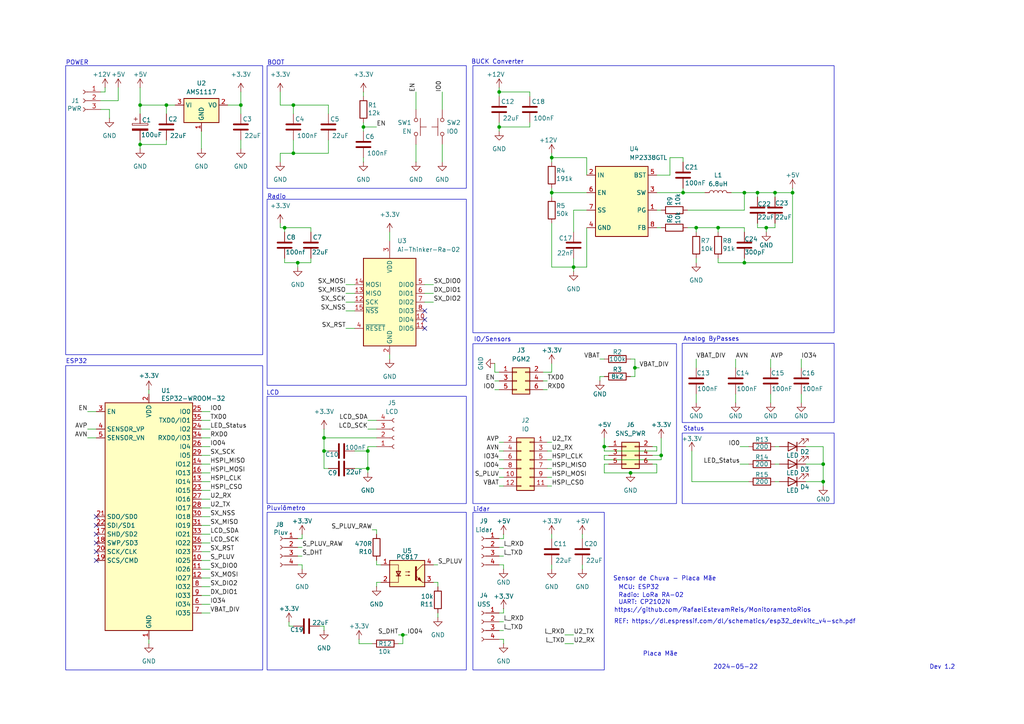
<source format=kicad_sch>
(kicad_sch (version 20231120) (generator "eeschema") (generator_version "8.0")
  (paper "A4")
  (junction (at 224.79 55.88))
  (junction (at 69.85 30.48))
  (junction (at 40.64 41.91))
  (junction (at 116.84 184.15))
  (junction (at 238.76 134.62))
  (junction (at 191.77 132.08))
  (junction (at 175.26 129.54))
  (junction (at 85.09 30.48))
  (junction (at 144.78 26.67))
  (junction (at 48.26 30.48))
  (junction (at 93.98 130.81))
  (junction (at 106.68 135.89))
  (junction (at 106.68 130.81))
  (junction (at 184.15 106.68))
  (junction (at 166.37 77.47))
  (junction (at 182.88 137.16))
  (junction (at 229.87 55.88))
  (junction (at 215.9 76.2))
  (junction (at 144.78 36.83))
  (junction (at 82.55 66.04))
  (junction (at 219.71 55.88))
  (junction (at 215.9 55.88))
  (junction (at 198.12 55.88))
  (junction (at 105.41 36.83))
  (junction (at 222.25 66.04))
  (junction (at 85.09 44.45))
  (junction (at 160.02 55.88))
  (junction (at 238.76 139.7))
  (junction (at 208.28 66.04))
  (junction (at 201.93 66.04))
  (junction (at 40.64 30.48))
  (junction (at 93.98 127))
  (junction (at 160.02 45.72))
  (junction (at 86.36 76.2))
  (no_connect (at 123.19 92.71))
  (no_connect (at 123.19 95.25))
  (no_connect (at 27.94 160.02))
  (no_connect (at 27.94 149.86))
  (no_connect (at 27.94 162.56))
  (no_connect (at 27.94 152.4))
  (no_connect (at 27.94 157.48))
  (no_connect (at 27.94 154.94))
  (no_connect (at 123.19 90.17))
  (wire (pts (xy 81.28 26.67) (xy 81.28 30.48)))
  (wire (pts (xy 127 177.8) (xy 127 179.07)))
  (wire (pts (xy 160.02 55.88) (xy 170.18 55.88)))
  (wire (pts (xy 58.42 147.32) (xy 60.96 147.32)))
  (wire (pts (xy 93.98 130.81) (xy 93.98 127)))
  (wire (pts (xy 58.42 142.24) (xy 60.96 142.24)))
  (wire (pts (xy 144.78 177.8) (xy 146.05 177.8)))
  (wire (pts (xy 106.68 124.46) (xy 109.22 124.46)))
  (wire (pts (xy 66.04 30.48) (xy 69.85 30.48)))
  (wire (pts (xy 100.33 85.09) (xy 102.87 85.09)))
  (wire (pts (xy 215.9 60.96) (xy 215.9 55.88)))
  (wire (pts (xy 106.68 129.54) (xy 109.22 129.54)))
  (wire (pts (xy 48.26 40.64) (xy 48.26 41.91)))
  (wire (pts (xy 104.14 185.42) (xy 104.14 186.69)))
  (wire (pts (xy 144.78 36.83) (xy 144.78 38.1)))
  (wire (pts (xy 160.02 163.83) (xy 160.02 165.1)))
  (wire (pts (xy 224.79 66.04) (xy 224.79 64.77)))
  (wire (pts (xy 123.19 87.63) (xy 125.73 87.63)))
  (wire (pts (xy 93.98 130.81) (xy 95.25 130.81)))
  (wire (pts (xy 175.26 127) (xy 175.26 129.54)))
  (wire (pts (xy 233.68 134.62) (xy 238.76 134.62)))
  (wire (pts (xy 175.26 137.16) (xy 182.88 137.16)))
  (wire (pts (xy 160.02 107.95) (xy 157.48 107.95)))
  (wire (pts (xy 144.78 26.67) (xy 144.78 27.94)))
  (wire (pts (xy 143.51 113.03) (xy 144.78 113.03)))
  (wire (pts (xy 86.36 76.2) (xy 86.36 77.47)))
  (wire (pts (xy 100.33 82.55) (xy 102.87 82.55)))
  (wire (pts (xy 125.73 168.91) (xy 127 168.91)))
  (wire (pts (xy 58.42 119.38) (xy 60.96 119.38)))
  (wire (pts (xy 106.68 130.81) (xy 106.68 129.54)))
  (wire (pts (xy 58.42 172.72) (xy 60.96 172.72)))
  (wire (pts (xy 160.02 45.72) (xy 170.18 45.72)))
  (wire (pts (xy 83.82 181.61) (xy 85.09 181.61)))
  (wire (pts (xy 81.28 46.99) (xy 81.28 44.45)))
  (wire (pts (xy 58.42 139.7) (xy 60.96 139.7)))
  (wire (pts (xy 58.42 175.26) (xy 60.96 175.26)))
  (wire (pts (xy 144.78 128.27) (xy 146.05 128.27)))
  (wire (pts (xy 200.66 139.7) (xy 217.17 139.7)))
  (wire (pts (xy 182.88 137.16) (xy 190.5 137.16)))
  (wire (pts (xy 58.42 167.64) (xy 60.96 167.64)))
  (wire (pts (xy 102.87 135.89) (xy 106.68 135.89)))
  (wire (pts (xy 58.42 152.4) (xy 60.96 152.4)))
  (wire (pts (xy 113.03 102.87) (xy 113.03 104.14)))
  (wire (pts (xy 198.12 45.72) (xy 198.12 46.99)))
  (wire (pts (xy 109.22 168.91) (xy 110.49 168.91)))
  (wire (pts (xy 144.78 35.56) (xy 144.78 36.83)))
  (wire (pts (xy 160.02 46.99) (xy 160.02 45.72)))
  (wire (pts (xy 158.75 133.35) (xy 160.02 133.35)))
  (wire (pts (xy 214.63 129.54) (xy 217.17 129.54)))
  (wire (pts (xy 170.18 50.8) (xy 170.18 45.72)))
  (wire (pts (xy 223.52 114.3) (xy 223.52 116.84)))
  (wire (pts (xy 144.78 180.34) (xy 146.05 180.34)))
  (wire (pts (xy 143.51 105.41) (xy 143.51 107.95)))
  (wire (pts (xy 166.37 74.93) (xy 166.37 77.47)))
  (wire (pts (xy 58.42 149.86) (xy 60.96 149.86)))
  (wire (pts (xy 102.87 130.81) (xy 106.68 130.81)))
  (wire (pts (xy 215.9 66.04) (xy 208.28 66.04)))
  (wire (pts (xy 144.78 138.43) (xy 146.05 138.43)))
  (wire (pts (xy 190.5 130.81) (xy 175.26 130.81)))
  (wire (pts (xy 153.67 27.94) (xy 153.67 26.67)))
  (wire (pts (xy 163.83 184.15) (xy 166.37 184.15)))
  (wire (pts (xy 58.42 38.1) (xy 58.42 43.18)))
  (wire (pts (xy 194.31 50.8) (xy 194.31 45.72)))
  (wire (pts (xy 199.39 60.96) (xy 215.9 60.96)))
  (wire (pts (xy 34.29 29.21) (xy 34.29 25.4)))
  (wire (pts (xy 105.41 45.72) (xy 105.41 46.99)))
  (wire (pts (xy 120.65 41.91) (xy 120.65 46.99)))
  (wire (pts (xy 219.71 55.88) (xy 219.71 57.15)))
  (wire (pts (xy 160.02 154.94) (xy 160.02 156.21)))
  (wire (pts (xy 146.05 177.8) (xy 146.05 176.53)))
  (wire (pts (xy 40.64 25.4) (xy 40.64 30.48)))
  (wire (pts (xy 200.66 130.81) (xy 200.66 139.7)))
  (wire (pts (xy 58.42 154.94) (xy 60.96 154.94)))
  (wire (pts (xy 82.55 66.04) (xy 90.17 66.04)))
  (wire (pts (xy 100.33 90.17) (xy 102.87 90.17)))
  (wire (pts (xy 153.67 36.83) (xy 144.78 36.83)))
  (wire (pts (xy 157.48 113.03) (xy 158.75 113.03)))
  (wire (pts (xy 95.25 30.48) (xy 95.25 33.02)))
  (wire (pts (xy 106.68 135.89) (xy 106.68 130.81)))
  (wire (pts (xy 81.28 44.45) (xy 85.09 44.45)))
  (wire (pts (xy 143.51 110.49) (xy 144.78 110.49)))
  (wire (pts (xy 113.03 67.31) (xy 113.03 69.85)))
  (wire (pts (xy 109.22 170.18) (xy 109.22 168.91)))
  (wire (pts (xy 238.76 139.7) (xy 238.76 140.97)))
  (wire (pts (xy 160.02 64.77) (xy 160.02 77.47)))
  (wire (pts (xy 215.9 74.93) (xy 215.9 76.2)))
  (wire (pts (xy 30.48 26.67) (xy 29.21 26.67)))
  (wire (pts (xy 93.98 182.88) (xy 93.98 181.61)))
  (wire (pts (xy 224.79 139.7) (xy 226.06 139.7)))
  (wire (pts (xy 58.42 157.48) (xy 60.96 157.48)))
  (wire (pts (xy 115.57 184.15) (xy 116.84 184.15)))
  (wire (pts (xy 223.52 104.14) (xy 223.52 106.68)))
  (wire (pts (xy 232.41 104.14) (xy 232.41 106.68)))
  (wire (pts (xy 29.21 29.21) (xy 34.29 29.21)))
  (wire (pts (xy 201.93 114.3) (xy 201.93 116.84)))
  (wire (pts (xy 58.42 137.16) (xy 60.96 137.16)))
  (wire (pts (xy 48.26 30.48) (xy 50.8 30.48)))
  (wire (pts (xy 58.42 134.62) (xy 60.96 134.62)))
  (wire (pts (xy 238.76 134.62) (xy 238.76 139.7)))
  (wire (pts (xy 109.22 153.67) (xy 109.22 154.94)))
  (wire (pts (xy 168.91 154.94) (xy 168.91 156.21)))
  (wire (pts (xy 30.48 25.4) (xy 30.48 26.67)))
  (wire (pts (xy 106.68 121.92) (xy 109.22 121.92)))
  (wire (pts (xy 166.37 77.47) (xy 170.18 77.47)))
  (wire (pts (xy 87.63 163.83) (xy 87.63 165.1)))
  (wire (pts (xy 85.09 44.45) (xy 95.25 44.45)))
  (wire (pts (xy 105.41 27.94) (xy 105.41 26.67)))
  (wire (pts (xy 43.18 185.42) (xy 43.18 186.69)))
  (wire (pts (xy 175.26 133.35) (xy 191.77 133.35)))
  (wire (pts (xy 104.14 186.69) (xy 107.95 186.69)))
  (wire (pts (xy 175.26 132.08) (xy 175.26 133.35)))
  (wire (pts (xy 69.85 30.48) (xy 69.85 33.02)))
  (wire (pts (xy 176.53 134.62) (xy 175.26 134.62)))
  (wire (pts (xy 175.26 130.81) (xy 175.26 129.54)))
  (wire (pts (xy 95.25 44.45) (xy 95.25 40.64)))
  (wire (pts (xy 69.85 26.67) (xy 69.85 30.48)))
  (wire (pts (xy 109.22 163.83) (xy 109.22 162.56)))
  (wire (pts (xy 182.88 104.14) (xy 184.15 104.14)))
  (wire (pts (xy 215.9 66.04) (xy 215.9 67.31)))
  (wire (pts (xy 123.19 82.55) (xy 125.73 82.55)))
  (wire (pts (xy 105.41 36.83) (xy 109.22 36.83)))
  (wire (pts (xy 85.09 30.48) (xy 95.25 30.48)))
  (wire (pts (xy 85.09 40.64) (xy 85.09 44.45)))
  (wire (pts (xy 153.67 35.56) (xy 153.67 36.83)))
  (wire (pts (xy 224.79 134.62) (xy 226.06 134.62)))
  (wire (pts (xy 190.5 50.8) (xy 194.31 50.8)))
  (wire (pts (xy 175.26 134.62) (xy 175.26 137.16)))
  (wire (pts (xy 93.98 127) (xy 109.22 127)))
  (wire (pts (xy 31.75 31.75) (xy 31.75 34.29)))
  (wire (pts (xy 215.9 76.2) (xy 229.87 76.2)))
  (wire (pts (xy 158.75 135.89) (xy 160.02 135.89)))
  (wire (pts (xy 201.93 74.93) (xy 201.93 76.2)))
  (wire (pts (xy 224.79 129.54) (xy 226.06 129.54)))
  (wire (pts (xy 160.02 44.45) (xy 160.02 45.72)))
  (wire (pts (xy 69.85 40.64) (xy 69.85 43.18)))
  (wire (pts (xy 58.42 177.8) (xy 60.96 177.8)))
  (wire (pts (xy 58.42 124.46) (xy 60.96 124.46)))
  (wire (pts (xy 214.63 134.62) (xy 217.17 134.62)))
  (wire (pts (xy 144.78 135.89) (xy 146.05 135.89)))
  (wire (pts (xy 229.87 76.2) (xy 229.87 55.88)))
  (wire (pts (xy 123.19 85.09) (xy 125.73 85.09)))
  (wire (pts (xy 208.28 76.2) (xy 215.9 76.2)))
  (wire (pts (xy 40.64 33.02) (xy 40.64 30.48)))
  (wire (pts (xy 58.42 170.18) (xy 60.96 170.18)))
  (wire (pts (xy 222.25 66.04) (xy 224.79 66.04)))
  (wire (pts (xy 58.42 160.02) (xy 60.96 160.02)))
  (wire (pts (xy 201.93 66.04) (xy 201.93 67.31)))
  (wire (pts (xy 199.39 66.04) (xy 201.93 66.04)))
  (wire (pts (xy 93.98 135.89) (xy 95.25 135.89)))
  (wire (pts (xy 100.33 95.25) (xy 102.87 95.25)))
  (wire (pts (xy 190.5 66.04) (xy 191.77 66.04)))
  (wire (pts (xy 160.02 105.41) (xy 160.02 107.95)))
  (wire (pts (xy 85.09 30.48) (xy 85.09 33.02)))
  (wire (pts (xy 25.4 124.46) (xy 27.94 124.46)))
  (wire (pts (xy 58.42 162.56) (xy 60.96 162.56)))
  (wire (pts (xy 58.42 127) (xy 60.96 127)))
  (wire (pts (xy 25.4 127) (xy 27.94 127)))
  (wire (pts (xy 43.18 113.03) (xy 43.18 114.3)))
  (wire (pts (xy 189.23 129.54) (xy 190.5 129.54)))
  (wire (pts (xy 87.63 156.21) (xy 86.36 156.21)))
  (wire (pts (xy 176.53 132.08) (xy 175.26 132.08)))
  (wire (pts (xy 184.15 106.68) (xy 185.42 106.68)))
  (wire (pts (xy 105.41 35.56) (xy 105.41 36.83)))
  (wire (pts (xy 128.27 26.67) (xy 128.27 31.75)))
  (wire (pts (xy 213.36 114.3) (xy 213.36 116.84)))
  (wire (pts (xy 175.26 129.54) (xy 176.53 129.54)))
  (wire (pts (xy 170.18 66.04) (xy 170.18 77.47)))
  (wire (pts (xy 86.36 163.83) (xy 87.63 163.83)))
  (wire (pts (xy 120.65 26.67) (xy 120.65 31.75)))
  (wire (pts (xy 83.82 180.34) (xy 83.82 181.61)))
  (wire (pts (xy 93.98 181.61) (xy 92.71 181.61)))
  (wire (pts (xy 194.31 45.72) (xy 198.12 45.72)))
  (wire (pts (xy 229.87 54.61) (xy 229.87 55.88)))
  (wire (pts (xy 116.84 184.15) (xy 118.11 184.15)))
  (wire (pts (xy 100.33 87.63) (xy 102.87 87.63)))
  (wire (pts (xy 82.55 76.2) (xy 86.36 76.2)))
  (wire (pts (xy 173.99 109.22) (xy 175.26 109.22)))
  (wire (pts (xy 201.93 104.14) (xy 201.93 106.68)))
  (wire (pts (xy 40.64 30.48) (xy 48.26 30.48)))
  (wire (pts (xy 87.63 154.94) (xy 87.63 156.21)))
  (wire (pts (xy 198.12 55.88) (xy 198.12 54.61)))
  (wire (pts (xy 198.12 55.88) (xy 204.47 55.88)))
  (wire (pts (xy 208.28 74.93) (xy 208.28 76.2)))
  (wire (pts (xy 158.75 128.27) (xy 160.02 128.27)))
  (wire (pts (xy 116.84 186.69) (xy 116.84 184.15)))
  (wire (pts (xy 93.98 124.46) (xy 93.98 127)))
  (wire (pts (xy 115.57 186.69) (xy 116.84 186.69)))
  (wire (pts (xy 144.78 140.97) (xy 146.05 140.97)))
  (wire (pts (xy 190.5 134.62) (xy 189.23 134.62)))
  (wire (pts (xy 212.09 55.88) (xy 215.9 55.88)))
  (wire (pts (xy 58.42 121.92) (xy 60.96 121.92)))
  (wire (pts (xy 107.95 153.67) (xy 109.22 153.67)))
  (wire (pts (xy 146.05 185.42) (xy 146.05 186.69)))
  (wire (pts (xy 40.64 41.91) (xy 40.64 43.18)))
  (wire (pts (xy 144.78 158.75) (xy 146.05 158.75)))
  (wire (pts (xy 153.67 26.67) (xy 144.78 26.67)))
  (wire (pts (xy 219.71 64.77) (xy 219.71 66.04)))
  (wire (pts (xy 110.49 163.83) (xy 109.22 163.83)))
  (wire (pts (xy 29.21 31.75) (xy 31.75 31.75)))
  (wire (pts (xy 157.48 110.49) (xy 158.75 110.49)))
  (wire (pts (xy 86.36 158.75) (xy 87.63 158.75)))
  (wire (pts (xy 48.26 30.48) (xy 48.26 33.02)))
  (wire (pts (xy 215.9 55.88) (xy 219.71 55.88)))
  (wire (pts (xy 213.36 104.14) (xy 213.36 106.68)))
  (wire (pts (xy 160.02 54.61) (xy 160.02 55.88)))
  (wire (pts (xy 233.68 129.54) (xy 238.76 129.54)))
  (wire (pts (xy 144.78 130.81) (xy 146.05 130.81)))
  (wire (pts (xy 219.71 55.88) (xy 224.79 55.88)))
  (wire (pts (xy 166.37 60.96) (xy 166.37 67.31)))
  (wire (pts (xy 81.28 30.48) (xy 85.09 30.48)))
  (wire (pts (xy 93.98 135.89) (xy 93.98 130.81)))
  (wire (pts (xy 163.83 186.69) (xy 166.37 186.69)))
  (wire (pts (xy 184.15 109.22) (xy 182.88 109.22)))
  (wire (pts (xy 144.78 161.29) (xy 146.05 161.29)))
  (wire (pts (xy 90.17 66.04) (xy 90.17 67.31)))
  (wire (pts (xy 146.05 156.21) (xy 146.05 154.94)))
  (wire (pts (xy 190.5 129.54) (xy 190.5 130.81)))
  (wire (pts (xy 81.28 64.77) (xy 81.28 66.04)))
  (wire (pts (xy 201.93 66.04) (xy 208.28 66.04)))
  (wire (pts (xy 127 168.91) (xy 127 170.18)))
  (wire (pts (xy 173.99 109.22) (xy 173.99 110.49)))
  (wire (pts (xy 40.64 40.64) (xy 40.64 41.91)))
  (wire (pts (xy 238.76 129.54) (xy 238.76 134.62)))
  (wire (pts (xy 125.73 163.83) (xy 127 163.83)))
  (wire (pts (xy 144.78 156.21) (xy 146.05 156.21)))
  (wire (pts (xy 184.15 106.68) (xy 184.15 109.22)))
  (wire (pts (xy 166.37 78.74) (xy 166.37 77.47)))
  (wire (pts (xy 160.02 55.88) (xy 160.02 57.15)))
  (wire (pts (xy 219.71 66.04) (xy 222.25 66.04)))
  (wire (pts (xy 190.5 137.16) (xy 190.5 134.62)))
  (wire (pts (xy 128.27 41.91) (xy 128.27 46.99)))
  (wire (pts (xy 25.4 119.38) (xy 27.94 119.38)))
  (wire (pts (xy 40.64 41.91) (xy 48.26 41.91)))
  (wire (pts (xy 144.78 133.35) (xy 146.05 133.35)))
  (wire (pts (xy 86.36 161.29) (xy 87.63 161.29)))
  (wire (pts (xy 173.99 104.14) (xy 175.26 104.14)))
  (wire (pts (xy 222.25 66.04) (xy 222.25 67.31)))
  (wire (pts (xy 82.55 67.31) (xy 82.55 66.04)))
  (wire (pts (xy 191.77 133.35) (xy 191.77 132.08)))
  (wire (pts (xy 168.91 163.83) (xy 168.91 165.1)))
  (wire (pts (xy 143.51 107.95) (xy 144.78 107.95)))
  (wire (pts (xy 106.68 137.16) (xy 106.68 135.89)))
  (wire (pts (xy 58.42 144.78) (xy 60.96 144.78)))
  (wire (pts (xy 146.05 163.83) (xy 146.05 165.1)))
  (wire (pts (xy 144.78 185.42) (xy 146.05 185.42)))
  (wire (pts (xy 144.78 163.83) (xy 146.05 163.83)))
  (wire (pts (xy 105.41 36.83) (xy 105.41 38.1)))
  (wire (pts (xy 170.18 60.96) (xy 166.37 60.96)))
  (wire (pts (xy 158.75 138.43) (xy 160.02 138.43)))
  (wire (pts (xy 144.78 25.4) (xy 144.78 26.67)))
  (wire (pts (xy 158.75 130.81) (xy 160.02 130.81)))
  (wire (pts (xy 224.79 55.88) (xy 229.87 55.88)))
  (wire (pts (xy 190.5 60.96) (xy 191.77 60.96)))
  (wire (pts (xy 82.55 74.93) (xy 82.55 76.2)))
  (wire (pts (xy 58.42 129.54) (xy 60.96 129.54)))
  (wire (pts (xy 158.75 140.97) (xy 160.02 140.97)))
  (wire (pts (xy 190.5 55.88) (xy 198.12 55.88)))
  (wire (pts (xy 81.28 66.04) (xy 82.55 66.04)))
  (wire (pts (xy 232.41 114.3) (xy 232.41 116.84)))
  (wire (pts (xy 90.17 76.2) (xy 90.17 74.93)))
  (wire (pts (xy 160.02 77.47) (xy 166.37 77.47)))
  (wire (pts (xy 184.15 104.14) (xy 184.15 106.68)))
  (wire (pts (xy 58.42 165.1) (xy 60.96 165.1)))
  (wire (pts (xy 58.42 132.08) (xy 60.96 132.08)))
  (wire (pts (xy 191.77 127) (xy 191.77 132.08)))
  (wire (pts (xy 86.36 76.2) (xy 90.17 76.2)))
  (wire (pts (xy 144.78 182.88) (xy 146.05 182.88)))
  (wire (pts (xy 224.79 55.88) (xy 224.79 57.15)))
  (wire (pts (xy 191.77 132.08) (xy 189.23 132.08)))
  (wire (pts (xy 208.28 66.04) (xy 208.28 67.31)))
  (wire (pts (xy 233.68 139.7) (xy 238.76 139.7)))
  (rectangle (start 77.47 148.59) (end 135.255 194.31))
  (rectangle (start 77.47 114.935) (end 135.255 146.05))
  (rectangle (start 77.47 19.05) (end 135.255 54.61))
  (rectangle (start 19.05 106.045) (end 76.2 194.31))
  (rectangle (start 137.16 99.695) (end 196.215 146.05))
  (rectangle (start 137.16 148.59) (end 175.26 194.31))
  (rectangle (start 19.05 19.05) (end 76.2 102.87))
  (rectangle (start 197.866 99.568) (end 241.935 122.555))
  (rectangle (start 137.16 19.05) (end 241.935 96.52))
  (rectangle (start 197.866 125.603) (end 241.935 146.05))
  (rectangle (start 77.47 57.785) (end 135.255 111.76))
  (text "IO/Sensors" (at 137.414 98.552 0) (effects (font (size 1.27 1.27)) (justify left)))
  (text "BOOT" (at 77.47 18.288 0) (effects (font (size 1.27 1.27)) (justify left)))
  (text "Pluviômetro" (at 77.216 147.574 0) (effects (font (size 1.27 1.27)) (justify left)))
  (text "Lidar" (at 137.16 147.828 0) (effects (font (size 1.27 1.27)) (justify left)))
  (text "Status" (at 198.12 124.46 0) (effects (font (size 1.27 1.27)) (justify left)))
  (text "Placa Mãe" (at 191.516 189.738 0) (effects (font (size 1.27 1.27))))
  (text "https://github.com/RafaelEstevamReis/MonitoramentoRios" (at 178.054 177.038 0) (effects (font (size 1.27 1.27)) (justify left)))
  (text "2024-05-22" (at 213.36 193.548 0) (effects (font (size 1.27 1.27))))
  (text "LCD" (at 77.216 114.046 0) (effects (font (size 1.27 1.27)) (justify left)))
  (text "Dev 1.2" (at 273.304 193.548 0) (effects (font (size 1.27 1.27))))
  (text "Radio: LoRa RA-02" (at 179.324 172.72 0) (effects (font (size 1.27 1.27)) (justify left)))
  (text "Analog ByPasses" (at 198.12 98.425 0) (effects (font (size 1.27 1.27)) (justify left)))
  (text "UART: CP2102N" (at 179.324 174.752 0) (effects (font (size 1.27 1.27)) (justify left)))
  (text "Radio" (at 77.47 57.15 0) (effects (font (size 1.27 1.27)) (justify left)))
  (text "MCU: ESP32" (at 179.324 170.434 0) (effects (font (size 1.27 1.27)) (justify left)))
  (text "BUCK Converter" (at 136.652 18.034 0) (effects (font (size 1.27 1.27)) (justify left)))
  (text "Sensor de Chuva - Placa Mãe" (at 177.8 167.894 0) (effects (font (size 1.27 1.27)) (justify left)))
  (text "POWER" (at 19.05 18.288 0) (effects (font (size 1.27 1.27)) (justify left)))
  (text "ESP32" (at 19.05 104.902 0) (effects (font (size 1.27 1.27)) (justify left)))
  (text "REF: https://dl.espressif.com/dl/schematics/esp32_devkitc_v4-sch.pdf" (at 178.054 180.34 0) (effects (font (size 1.27 1.27)) (justify left)))
  (label "LCD_SDA" (at 60.96 154.94 0))
  (label "SX_MOSI" (at 60.96 167.64 0))
  (label "RXD0" (at 60.96 127 0))
  (label "LED_Status" (at 214.63 134.62 180))
  (label "U2_TX" (at 166.37 184.15 0))
  (label "IO34" (at 60.96 175.26 0))
  (label "IO0" (at 128.27 26.67 90))
  (label "S_PLUV" (at 127 163.83 0))
  (label "SX_MISO" (at 60.96 152.4 0))
  (label "AVP" (at 223.52 104.14 0))
  (label "HSPI_CLK" (at 160.02 133.35 0))
  (label "U2_TX" (at 160.02 128.27 0))
  (label "LCD_SDA" (at 106.68 121.92 180))
  (label "DX_DIO1" (at 125.73 85.09 0))
  (label "HSPI_MOSI" (at 60.96 137.16 0))
  (label "SX_SCK" (at 100.33 87.63 180))
  (label "SX_DIO2" (at 125.73 87.63 0))
  (label "SX_SCK" (at 60.96 132.08 0))
  (label "SX_RST" (at 100.33 95.25 180))
  (label "IO0" (at 60.96 119.38 0))
  (label "HSPI_MOSI" (at 160.02 138.43 0))
  (label "SX_NSS" (at 100.33 90.17 180))
  (label "LED_Status" (at 60.96 124.46 0))
  (label "L_RXD" (at 163.83 184.15 180))
  (label "AVN" (at 25.4 127 180))
  (label "TXD0" (at 158.75 110.49 0))
  (label "EN" (at 25.4 119.38 180))
  (label "IO0" (at 143.51 113.03 180))
  (label "IO04" (at 118.11 184.15 0))
  (label "L_RXD" (at 146.05 180.34 0))
  (label "S_PLUV" (at 144.78 138.43 180))
  (label "S_DHT" (at 115.57 184.15 180))
  (label "U2_RX" (at 160.02 130.81 0))
  (label "U2_RX" (at 166.37 186.69 0))
  (label "SX_RST" (at 60.96 160.02 0))
  (label "AVP" (at 25.4 124.46 180))
  (label "VBAT_DIV" (at 201.93 104.14 0))
  (label "AVP" (at 144.78 128.27 180))
  (label "IO0" (at 214.63 129.54 180))
  (label "LCD_SCK" (at 60.96 157.48 0))
  (label "EN" (at 109.22 36.83 0))
  (label "AVN" (at 144.78 130.81 180))
  (label "L_TXD" (at 146.05 182.88 0))
  (label "RXD0" (at 158.75 113.03 0))
  (label "HSPI_CSO" (at 160.02 140.97 0))
  (label "SX_MOSI" (at 100.33 82.55 180))
  (label "VBAT" (at 144.78 140.97 180))
  (label "VBAT" (at 173.99 104.14 180))
  (label "VBAT_DIV" (at 185.42 106.68 0))
  (label "IO34" (at 232.41 104.14 0))
  (label "S_PLUV_RAW" (at 87.63 158.75 0))
  (label "SX_DIO0" (at 60.96 165.1 0))
  (label "U2_TX" (at 60.96 147.32 0))
  (label "EN" (at 120.65 26.67 90))
  (label "HSPI_CLK" (at 60.96 139.7 0))
  (label "IO04" (at 60.96 129.54 0))
  (label "DX_DIO1" (at 60.96 172.72 0))
  (label "L_TXD" (at 163.83 186.69 180))
  (label "SX_DIO2" (at 60.96 170.18 0))
  (label "VBAT_DIV" (at 60.96 177.8 0))
  (label "S_DHT" (at 87.63 161.29 0))
  (label "L_TXD" (at 146.05 161.29 0))
  (label "IO34" (at 144.78 133.35 180))
  (label "S_PLUV" (at 60.96 162.56 0))
  (label "SX_MISO" (at 100.33 85.09 180))
  (label "HSPI_CSO" (at 60.96 142.24 0))
  (label "LCD_SCK" (at 106.68 124.46 180))
  (label "U2_RX" (at 60.96 144.78 0))
  (label "IO04" (at 144.78 135.89 180))
  (label "SX_NSS" (at 60.96 149.86 0))
  (label "EN" (at 143.51 110.49 180))
  (label "HSPI_MISO" (at 160.02 135.89 0))
  (label "S_PLUV_RAW" (at 107.95 153.67 180))
  (label "AVN" (at 213.36 104.14 0))
  (label "L_RXD" (at 146.05 158.75 0))
  (label "HSPI_MISO" (at 60.96 134.62 0))
  (label "TXD0" (at 60.96 121.92 0))
  (label "SX_DIO0" (at 125.73 82.55 0))
  (symbol (lib_id "power:GND") (at 40.64 43.18 0) (unit 1)
    (property "Reference" "#PWR05" (effects (hide yes)))
    (property "Value" "GND" (at 40.64 48.26 0))
    (property "Description" "Power symbol creates a global label with name \"GND\" , ground" (effects (hide yes)))
  )
  (symbol (lib_id "power:+5V") (at 146.05 154.94 0) (unit 1)
    (property "Reference" "#PWR046" (effects (hide yes)))
    (property "Value" "+5V" (at 146.05 151.13 0))
    (property "Description" "Power symbol creates a global label with name \"+5V\"" (effects (hide yes)))
  )
  (symbol (lib_id "power:+3.3V") (at 69.85 26.67 0) (mirror y) (unit 1)
    (property "Reference" "#PWR039" (effects (hide yes)))
    (property "Value" "+3.3V" (at 69.85 21.59 0))
    (property "Description" "Power symbol creates a global label with name \"+3.3V\"" (effects (hide yes)))
  )
  (symbol (lib_id "Device:R") (at 127 173.99 180) (unit 1)
    (property "Reference" "R11" (at 125.73 175.26 0) (effects (justify left)))
    (property "Value" "10k" (at 125.73 172.974 0) (effects (justify left)))
    (property "Footprint" "Resistor_SMD:R_0805_2012Metric_Pad1.20x1.40mm_HandSolder" (effects (hide yes)))
    (property "Description" "Resistor" (effects (hide yes)))
  )
  (symbol (lib_id "power:GND") (at 87.63 165.1 0) (unit 1)
    (property "Reference" "#PWR041" (effects (hide yes)))
    (property "Value" "GND" (at 87.63 170.18 0))
    (property "Description" "Power symbol creates a global label with name \"GND\" , ground" (effects (hide yes)))
  )
  (symbol (lib_id "power:GND") (at 109.22 170.18 0) (unit 1)
    (property "Reference" "#PWR044" (effects (hide yes)))
    (property "Value" "GND" (at 109.22 175.26 0))
    (property "Description" "Power symbol creates a global label with name \"GND\" , ground" (effects (hide yes)))
  )
  (symbol (lib_id "Device:R") (at 220.98 139.7 270) (unit 1)
    (property "Reference" "R15" (at 220.98 137.668 90))
    (property "Value" "200" (at 220.98 139.7 90))
    (property "Footprint" "Resistor_SMD:R_0805_2012Metric_Pad1.20x1.40mm_HandSolder" (effects (hide yes)))
    (property "Description" "Resistor" (effects (hide yes)))
  )
  (symbol (lib_id "power:GND") (at 93.98 182.88 0) (unit 1)
    (property "Reference" "#PWR043" (effects (hide yes)))
    (property "Value" "GND" (at 93.98 187.96 0))
    (property "Description" "Power symbol creates a global label with name \"GND\" , ground" (effects (hide yes)))
  )
  (symbol (lib_id "power:GND") (at 223.52 116.84 0) (unit 1)
    (property "Reference" "#PWR035" (effects (hide yes)))
    (property "Value" "GND" (at 223.52 120.65 0))
    (property "Description" "Power symbol creates a global label with name \"GND\" , ground" (effects (hide yes)))
  )
  (symbol (lib_id "power:+3.3V") (at 146.05 176.53 0) (unit 1)
    (property "Reference" "#PWR01" (effects (hide yes)))
    (property "Value" "+3.3V" (at 146.05 172.974 0))
    (property "Description" "Power symbol creates a global label with name \"+3.3V\"" (effects (hide yes)))
  )
  (symbol (lib_id "Connector:Conn_01x03_Socket") (at 24.13 29.21 0) (mirror y) (unit 1)
    (property "Reference" "J1" (at 21.844 29.21 0))
    (property "Value" "PWR" (at 21.59 31.496 0))
    (property "Footprint" "TerminalBlock_Phoenix:TerminalBlock_Phoenix_MKDS-1,5-3-5.08_1x03_P5.08mm_Horizontal" (effects (hide yes)))
    (property "Description" "Generic connector, single row, 01x03, script generated" (effects (hide yes)))
  )
  (symbol (lib_id "power:GND") (at 128.27 46.99 0) (unit 1)
    (property "Reference" "#PWR027" (effects (hide yes)))
    (property "Value" "GND" (at 128.27 52.07 0))
    (property "Description" "Power symbol creates a global label with name \"GND\" , ground" (effects (hide yes)))
  )
  (symbol (lib_id "Device:C") (at 213.36 110.49 180) (unit 1)
    (property "Reference" "C14" (at 215.392 108.204 0))
    (property "Value" "100nF" (at 216.662 112.776 0))
    (property "Footprint" "Capacitor_SMD:C_0805_2012Metric_Pad1.18x1.45mm_HandSolder" (effects (hide yes)))
    (property "Description" "Unpolarized capacitor" (effects (hide yes)))
  )
  (symbol (lib_id "power:GND") (at 160.02 165.1 0) (unit 1)
    (property "Reference" "#PWR029" (effects (hide yes)))
    (property "Value" "GND" (at 160.02 170.18 0))
    (property "Description" "Power symbol creates a global label with name \"GND\" , ground" (effects (hide yes)))
  )
  (symbol (lib_id "Device:C") (at 85.09 36.83 0) (unit 1)
    (property "Reference" "C4" (at 85.598 34.544 0) (effects (justify left)))
    (property "Value" "100nF" (at 86.106 39.37 0) (effects (justify left)))
    (property "Footprint" "Capacitor_SMD:C_0805_2012Metric_Pad1.18x1.45mm_HandSolder" (effects (hide yes)))
    (property "Description" "Unpolarized capacitor" (effects (hide yes)))
  )
  (symbol (lib_id "power:GND") (at 31.75 34.29 0) (unit 1)
    (property "Reference" "#PWR03" (effects (hide yes)))
    (property "Value" "GND" (at 31.75 39.37 0))
    (property "Description" "Power symbol creates a global label with name \"GND\" , ground" (effects (hide yes)))
  )
  (symbol (lib_id "Connector:Conn_01x04_Socket") (at 139.7 158.75 0) (mirror y) (unit 1)
    (property "Reference" "J9" (at 140.335 151.13 0))
    (property "Value" "Lidar" (at 140.335 153.67 0))
    (property "Footprint" "Connector_JST:JST_PH_B4B-PH-K_1x04_P2.00mm_Vertical" (effects (hide yes)))
    (property "Description" "Generic connector, single row, 01x04, script generated" (effects (hide yes)))
  )
  (symbol (lib_id "power:GND") (at 58.42 43.18 0) (unit 1)
    (property "Reference" "#PWR08" (effects (hide yes)))
    (property "Value" "GND" (at 58.42 48.26 0))
    (property "Description" "Power symbol creates a global label with name \"GND\" , ground" (effects (hide yes)))
  )
  (symbol (lib_id "power:+12V") (at 30.48 25.4 0) (unit 1)
    (property "Reference" "#PWR030" (effects (hide yes)))
    (property "Value" "+12V" (at 29.464 21.59 0))
    (property "Description" "Power symbol creates a global label with name \"+12V\"" (effects (hide yes)))
  )
  (symbol (lib_id "power:GND") (at 238.76 140.97 0) (unit 1)
    (property "Reference" "#PWR038" (effects (hide yes)))
    (property "Value" "GND" (at 238.76 144.78 0))
    (property "Description" "Power symbol creates a global label with name \"GND\" , ground" (effects (hide yes)))
  )
  (symbol (lib_id "Device:C") (at 153.67 31.75 0) (unit 1)
    (property "Reference" "C18" (at 154.178 29.464 0) (effects (justify left)))
    (property "Value" "100nF" (at 154.686 34.29 0) (effects (justify left)))
    (property "Footprint" "Capacitor_SMD:C_0805_2012Metric_Pad1.18x1.45mm_HandSolder" (effects (hide yes)))
    (property "Description" "Unpolarized capacitor" (effects (hide yes)))
  )
  (symbol (lib_id "RF_Module:ESP32-WROOM-32") (at 43.18 149.86 0) (unit 1)
    (property "Reference" "U1" (at 46.736 113.284 0) (effects (justify left)))
    (property "Value" "ESP32-WROOM-32" (at 46.736 115.57 0) (effects (justify left)))
    (property "Footprint" "RF_Module:ESP32-WROOM-32" (effects (hide yes)))
    (property "Datasheet" "https://www.espressif.com/sites/default/files/documentation/esp32-wroom-32_datasheet_en.pdf" (effects (hide yes)))
    (property "Description" "RF Module, ESP32-D0WDQ6 SoC, Wi-Fi 802.11b/g/n, Bluetooth, BLE, 32-bit, 2.7-3.6V, onboard antenna, SMD" (effects (hide yes)))
  )
  (symbol (lib_id "power:GND") (at 213.36 116.84 0) (unit 1)
    (property "Reference" "#PWR034" (effects (hide yes)))
    (property "Value" "GND" (at 213.36 120.65 0))
    (property "Description" "Power symbol creates a global label with name \"GND\" , ground" (effects (hide yes)))
  )
  (symbol (lib_id "Device:C") (at 99.06 135.89 90) (mirror x) (unit 1)
    (property "Reference" "C9" (at 97.79 137.16 90) (effects (justify left)))
    (property "Value" "22uF" (at 105.156 136.906 90) (effects (justify left)))
    (property "Footprint" "Capacitor_SMD:C_0805_2012Metric_Pad1.18x1.45mm_HandSolder" (effects (hide yes)))
    (property "Description" "Unpolarized capacitor" (effects (hide yes)))
  )
  (symbol (lib_id "power:+12V") (at 160.02 44.45 0) (unit 1)
    (property "Reference" "#PWR031" (effects (hide yes)))
    (property "Value" "+12V" (at 159.004 40.64 0))
    (property "Description" "Power symbol creates a global label with name \"+12V\"" (effects (hide yes)))
  )
  (symbol (lib_id "Device:LED") (at 229.87 134.62 180) (unit 1)
    (property "Reference" "D3" (at 233.426 136.144 0))
    (property "Value" "LED" (at 229.87 137.16 0))
    (property "Footprint" "LED_SMD:LED_0805_2012Metric_Pad1.15x1.40mm_HandSolder" (effects (hide yes)))
    (property "Description" "Light emitting diode" (effects (hide yes)))
  )
  (symbol (lib_id "power:GND") (at 201.93 76.2 0) (unit 1)
    (property "Reference" "#PWR057" (effects (hide yes)))
    (property "Value" "GND" (at 201.93 81.28 0))
    (property "Description" "Power symbol creates a global label with name \"GND\" , ground" (effects (hide yes)))
  )
  (symbol (lib_id "Connector:Conn_01x04_Socket") (at 139.7 180.34 0) (mirror y) (unit 1)
    (property "Reference" "J4" (at 140.335 172.72 0))
    (property "Value" "USS" (at 140.335 175.26 0))
    (property "Footprint" "Connector_PinSocket_2.54mm:PinSocket_1x04_P2.54mm_Vertical" (effects (hide yes)))
    (property "Description" "Generic connector, single row, 01x04, script generated" (effects (hide yes)))
  )
  (symbol (lib_id "power:GND") (at 81.28 46.99 0) (unit 1)
    (property "Reference" "#PWR012" (effects (hide yes)))
    (property "Value" "GND" (at 81.28 52.07 0))
    (property "Description" "Power symbol creates a global label with name \"GND\" , ground" (effects (hide yes)))
  )
  (symbol (lib_id "Device:C") (at 160.02 160.02 0) (unit 1)
    (property "Reference" "C11" (at 160.528 157.734 0) (effects (justify left)))
    (property "Value" "22uF" (at 161.036 162.56 0) (effects (justify left)))
    (property "Footprint" "Capacitor_SMD:C_0805_2012Metric_Pad1.18x1.45mm_HandSolder" (effects (hide yes)))
    (property "Description" "Unpolarized capacitor" (effects (hide yes)))
  )
  (symbol (lib_id "power:+5V") (at 40.64 25.4 0) (unit 1)
    (property "Reference" "#PWR04" (effects (hide yes)))
    (property "Value" "+5V" (at 40.64 21.59 0))
    (property "Description" "Power symbol creates a global label with name \"+5V\"" (effects (hide yes)))
  )
  (symbol (lib_id "power:+3.3V") (at 43.18 113.03 0) (unit 1)
    (property "Reference" "#PWR06" (effects (hide yes)))
    (property "Value" "+3.3V" (at 43.18 108.966 0))
    (property "Description" "Power symbol creates a global label with name \"+3.3V\"" (effects (hide yes)))
  )
  (symbol (lib_id "power:+3.3V") (at 81.28 26.67 0) (unit 1)
    (property "Reference" "#PWR011" (effects (hide yes)))
    (property "Value" "+3.3V" (at 81.28 21.59 0))
    (property "Description" "Power symbol creates a global label with name \"+3.3V\"" (effects (hide yes)))
  )
  (symbol (lib_id "Connector:Conn_01x04_Socket") (at 81.28 158.75 0) (mirror y) (unit 1)
    (property "Reference" "J8" (at 82.296 152.146 0) (effects (justify left)))
    (property "Value" "Pluv" (at 83.566 154.432 0) (effects (justify left)))
    (property "Footprint" "TerminalBlock_Phoenix:TerminalBlock_Phoenix_MKDS-1,5-4-5.08_1x04_P5.08mm_Horizontal" (effects (hide yes)))
    (property "Description" "Generic connector, single row, 01x04, script generated" (effects (hide yes)))
  )
  (symbol (lib_id "power:+3.3V") (at 191.77 127 0) (unit 1)
    (property "Reference" "#PWR028" (effects (hide yes)))
    (property "Value" "+3.3V" (at 191.77 123.19 0))
    (property "Description" "Power symbol creates a global label with name \"+3.3V\"" (effects (hide yes)))
  )
  (symbol (lib_id "power:GND") (at 168.91 165.1 0) (unit 1)
    (property "Reference" "#PWR049" (effects (hide yes)))
    (property "Value" "GND" (at 168.91 170.18 0))
    (property "Description" "Power symbol creates a global label with name \"GND\" , ground" (effects (hide yes)))
  )
  (symbol (lib_id "power:+5V") (at 229.87 54.61 0) (unit 1)
    (property "Reference" "#PWR055" (effects (hide yes)))
    (property "Value" "+5V" (at 229.87 50.8 0))
    (property "Description" "Power symbol creates a global label with name \"+5V\"" (effects (hide yes)))
  )
  (symbol (lib_id "Device:C") (at 232.41 110.49 180) (unit 1)
    (property "Reference" "C16" (at 234.442 108.204 0))
    (property "Value" "100nF" (at 235.712 112.776 0))
    (property "Footprint" "Capacitor_SMD:C_0805_2012Metric_Pad1.18x1.45mm_HandSolder" (effects (hide yes)))
    (property "Description" "Unpolarized capacitor" (effects (hide yes)))
  )
  (symbol (lib_id "power:+3.3V") (at 87.63 154.94 0) (mirror y) (unit 1)
    (property "Reference" "#PWR040" (effects (hide yes)))
    (property "Value" "+3.3V" (at 87.63 151.13 0))
    (property "Description" "Power symbol creates a global label with name \"+3.3V\"" (effects (hide yes)))
  )
  (symbol (lib_id "Device:R") (at 160.02 50.8 0) (unit 1)
    (property "Reference" "R4" (at 161.29 49.53 0) (effects (justify left)))
    (property "Value" "191k" (at 161.29 51.816 0) (effects (justify left)))
    (property "Footprint" "Resistor_SMD:R_0805_2012Metric_Pad1.20x1.40mm_HandSolder" (effects (hide yes)))
    (property "Description" "Resistor" (effects (hide yes)))
  )
  (symbol (lib_id "Device:C") (at 69.85 36.83 0) (unit 1)
    (property "Reference" "C3" (at 70.358 34.544 0) (effects (justify left)))
    (property "Value" "22uF" (at 70.866 39.37 0) (effects (justify left)))
    (property "Footprint" "Capacitor_SMD:C_0805_2012Metric_Pad1.18x1.45mm_HandSolder" (effects (hide yes)))
    (property "Description" "Unpolarized capacitor" (effects (hide yes)))
  )
  (symbol (lib_id "Device:R") (at 201.93 71.12 0) (unit 1)
    (property "Reference" "R7" (at 203.2 69.85 0) (effects (justify left)))
    (property "Value" "10k" (at 203.2 72.136 0) (effects (justify left)))
    (property "Footprint" "Resistor_SMD:R_0805_2012Metric_Pad1.20x1.40mm_HandSolder" (effects (hide yes)))
    (property "Description" "Resistor" (effects (hide yes)))
  )
  (symbol (lib_id "power:+3.3V") (at 160.02 154.94 0) (unit 1)
    (property "Reference" "#PWR010" (effects (hide yes)))
    (property "Value" "+3.3V" (at 160.02 151.13 0))
    (property "Description" "Power symbol creates a global label with name \"+3.3V\"" (effects (hide yes)))
  )
  (symbol (lib_id "power:GND") (at 86.36 77.47 0) (unit 1)
    (property "Reference" "#PWR015" (effects (hide yes)))
    (property "Value" "GND" (at 86.36 82.55 0))
    (property "Description" "Power symbol creates a global label with name \"GND\" , ground" (effects (hide yes)))
  )
  (symbol (lib_id "Device:C") (at 201.93 110.49 180) (unit 1)
    (property "Reference" "C13" (at 203.962 108.204 0))
    (property "Value" "100nF" (at 205.232 112.776 0))
    (property "Footprint" "Capacitor_SMD:C_0805_2012Metric_Pad1.18x1.45mm_HandSolder" (effects (hide yes)))
    (property "Description" "Unpolarized capacitor" (effects (hide yes)))
  )
  (symbol (lib_id "Device:R") (at 208.28 71.12 0) (unit 1)
    (property "Reference" "R8" (at 209.55 69.85 0) (effects (justify left)))
    (property "Value" "91k" (at 209.55 72.136 0) (effects (justify left)))
    (property "Footprint" "Resistor_SMD:R_0805_2012Metric_Pad1.20x1.40mm_HandSolder" (effects (hide yes)))
    (property "Description" "Resistor" (effects (hide yes)))
  )
  (symbol (lib_id "Device:L") (at 208.28 55.88 90) (unit 1)
    (property "Reference" "L1" (at 208.28 50.8 90))
    (property "Value" "6.8uH" (at 208.28 53.34 90))
    (property "Footprint" "Inductor_SMD:L_Wuerth_HCI-1040" (effects (hide yes)))
    (property "Description" "Inductor" (effects (hide yes)))
  )
  (symbol (lib_id "Device:R") (at 160.02 60.96 0) (unit 1)
    (property "Reference" "R5" (at 161.29 59.69 0) (effects (justify left)))
    (property "Value" "50k" (at 161.29 61.976 0) (effects (justify left)))
    (property "Footprint" "Resistor_SMD:R_0805_2012Metric_Pad1.20x1.40mm_HandSolder" (effects (hide yes)))
    (property "Description" "Resistor" (effects (hide yes)))
  )
  (symbol (lib_id "power:+12V") (at 144.78 25.4 0) (unit 1)
    (property "Reference" "#PWR032" (effects (hide yes)))
    (property "Value" "+12V" (at 143.764 21.59 0))
    (property "Description" "Power symbol creates a global label with name \"+12V\"" (effects (hide yes)))
  )
  (symbol (lib_id "power:+3.3V") (at 104.14 185.42 0) (mirror y) (unit 1)
    (property "Reference" "#PWR037" (effects (hide yes)))
    (property "Value" "+3.3V" (at 104.14 181.61 0))
    (property "Description" "Power symbol creates a global label with name \"+3.3V\"" (effects (hide yes)))
  )
  (symbol (lib_id "power:GND") (at 113.03 104.14 0) (unit 1)
    (property "Reference" "#PWR022" (effects (hide yes)))
    (property "Value" "GND" (at 113.03 109.22 0))
    (property "Description" "Power symbol creates a global label with name \"GND\" , ground" (effects (hide yes)))
  )
  (symbol (lib_id "power:GND") (at 146.05 165.1 0) (unit 1)
    (property "Reference" "#PWR047" (effects (hide yes)))
    (property "Value" "GND" (at 146.05 168.91 0))
    (property "Description" "Power symbol creates a global label with name \"GND\" , ground" (effects (hide yes)))
  )
  (symbol (lib_id "RF_Module:Ai-Thinker-Ra-02") (at 113.03 87.63 0) (unit 1)
    (property "Reference" "U3" (at 115.2241 69.85 0) (effects (justify left)))
    (property "Value" "Ai-Thinker-Ra-02" (at 115.2241 72.39 0) (effects (justify left)))
    (property "Footprint" "RF_Module:Ai-Thinker-Ra-01-LoRa" (effects (hide yes)))
    (property "Datasheet" "http://wiki.ai-thinker.com/_media/lora/docs/c048ps01a1_ra-02_product_specification_v1.1.pdf" (effects (hide yes)))
    (property "Description" "Ai-Thinker Ra-02 410-525 MHz LoRa Module, SPI interface, U.FL antenna connector" (effects (hide yes)))
  )
  (symbol (lib_id "Switch:SW_Push") (at 128.27 36.83 90) (unit 1)
    (property "Reference" "SW2" (at 129.54 35.5599 90) (effects (justify right)))
    (property "Value" "IO0" (at 129.54 38.0999 90) (effects (justify right)))
    (property "Footprint" "Button_Switch_SMD:SW_Push_1P1T_NO_6x6mm_H9.5mm" (effects (hide yes)))
    (property "Description" "Push button switch, generic, two pins" (effects (hide yes)))
  )
  (symbol (lib_id "power:GND") (at 120.65 46.99 0) (unit 1)
    (property "Reference" "#PWR025" (effects (hide yes)))
    (property "Value" "GND" (at 120.65 52.07 0))
    (property "Description" "Power symbol creates a global label with name \"GND\" , ground" (effects (hide yes)))
  )
  (symbol (lib_id "Connector_Generic:Conn_02x06_Odd_Even") (at 153.67 133.35 0) (mirror y) (unit 1)
    (property "Reference" "J2" (at 152.4 121.92 0))
    (property "Value" "IO" (at 152.4 124.46 0))
    (property "Footprint" "Connector_PinSocket_2.54mm:PinSocket_2x06_P2.54mm_Vertical" (effects (hide yes)))
    (property "Description" "Generic connector, double row, 02x06, odd/even pin numbering scheme (row 1 odd numbers, row 2 even numbers), script generated (kicad-library-utils/schlib/autogen/connector/)" (effects (hide yes)))
  )
  (symbol (lib_id "Device:C_Polarized") (at 40.64 36.83 0) (unit 1)
    (property "Reference" "C1" (at 41.148 34.798 0) (effects (justify left)))
    (property "Value" "100uF" (at 40.894 39.116 0) (effects (justify left)))
    (property "Footprint" "Capacitor_SMD:CP_Elec_6.3x5.7" (effects (hide yes)))
    (property "Description" "Polarized capacitor" (effects (hide yes)))
  )
  (symbol (lib_id "Switch:SW_Push") (at 120.65 36.83 270) (mirror x) (unit 1)
    (property "Reference" "SW1" (at 119.38 35.5599 90) (effects (justify right)))
    (property "Value" "EN" (at 119.38 38.0999 90) (effects (justify right)))
    (property "Footprint" "Button_Switch_SMD:SW_Push_1P1T_NO_6x6mm_H9.5mm" (effects (hide yes)))
    (property "Description" "Push button switch, generic, two pins" (effects (hide yes)))
  )
  (symbol (lib_id "Device:R") (at 105.41 31.75 0) (unit 1)
    (property "Reference" "R1" (at 106.68 30.48 0) (effects (justify left)))
    (property "Value" "12k" (at 106.68 32.766 0) (effects (justify left)))
    (property "Footprint" "Resistor_SMD:R_0805_2012Metric_Pad1.20x1.40mm_HandSolder" (effects (hide yes)))
    (property "Description" "Resistor" (effects (hide yes)))
  )
  (symbol (lib_id "Device:C") (at 144.78 31.75 0) (unit 1)
    (property "Reference" "C12" (at 145.288 29.464 0) (effects (justify left)))
    (property "Value" "22uF" (at 145.796 34.29 0) (effects (justify left)))
    (property "Footprint" "Capacitor_SMD:C_1206_3216Metric_Pad1.33x1.80mm_HandSolder" (effects (hide yes)))
    (property "Description" "Unpolarized capacitor" (effects (hide yes)))
  )
  (symbol (lib_id "Device:LED") (at 229.87 139.7 180) (unit 1)
    (property "Reference" "D4" (at 233.426 141.224 0))
    (property "Value" "LED" (at 229.87 142.24 0))
    (property "Footprint" "LED_SMD:LED_0805_2012Metric_Pad1.15x1.40mm_HandSolder" (effects (hide yes)))
    (property "Description" "Light emitting diode" (effects (hide yes)))
  )
  (symbol (lib_id "power:GND") (at 105.41 46.99 0) (unit 1)
    (property "Reference" "#PWR019" (effects (hide yes)))
    (property "Value" "GND" (at 105.41 52.07 0))
    (property "Description" "Power symbol creates a global label with name \"GND\" , ground" (effects (hide yes)))
  )
  (symbol (lib_id "Device:C") (at 198.12 50.8 0) (unit 1)
    (property "Reference" "C21" (at 198.628 48.514 0) (effects (justify left)))
    (property "Value" "100nF" (at 198.628 53.086 0) (effects (justify left)))
    (property "Footprint" "Capacitor_SMD:C_0805_2012Metric_Pad1.18x1.45mm_HandSolder" (effects (hide yes)))
    (property "Description" "Unpolarized capacitor" (effects (hide yes)))
  )
  (symbol (lib_id "power:+5V") (at 168.91 154.94 0) (unit 1)
    (property "Reference" "#PWR048" (effects (hide yes)))
    (property "Value" "+5V" (at 168.91 151.13 0))
    (property "Description" "Power symbol creates a global label with name \"+5V\"" (effects (hide yes)))
  )
  (symbol (lib_id "Device:C") (at 95.25 36.83 0) (unit 1)
    (property "Reference" "C5" (at 95.758 34.544 0) (effects (justify left)))
    (property "Value" "22uF" (at 96.266 39.37 0) (effects (justify left)))
    (property "Footprint" "Capacitor_SMD:C_1206_3216Metric_Pad1.33x1.80mm_HandSolder" (effects (hide yes)))
    (property "Description" "Unpolarized capacitor" (effects (hide yes)))
  )
  (symbol (lib_id "Device:R") (at 111.76 186.69 270) (unit 1)
    (property "Reference" "R12" (at 109.728 186.69 90) (effects (justify left)))
    (property "Value" "10k" (at 109.728 188.976 90) (effects (justify left)))
    (property "Footprint" "Resistor_SMD:R_0805_2012Metric_Pad1.20x1.40mm_HandSolder" (effects (hide yes)))
    (property "Description" "Resistor" (effects (hide yes)))
  )
  (symbol (lib_id "power:+3.3V") (at 81.28 64.77 0) (unit 1)
    (property "Reference" "#PWR013" (effects (hide yes)))
    (property "Value" "+3.3V" (at 81.28 59.69 0))
    (property "Description" "Power symbol creates a global label with name \"+3.3V\"" (effects (hide yes)))
  )
  (symbol (lib_id "power:GND") (at 146.05 186.69 0) (unit 1)
    (property "Reference" "#PWR052" (effects (hide yes)))
    (property "Value" "GND" (at 146.05 191.77 0))
    (property "Description" "Power symbol creates a global label with name \"GND\" , ground" (effects (hide yes)))
  )
  (symbol (lib_id "power:+3.3V") (at 200.66 130.81 0) (unit 1)
    (property "Reference" "#PWR050" (effects (hide yes)))
    (property "Value" "+3.3V" (at 200.66 127.254 0))
    (property "Description" "Power symbol creates a global label with name \"+3.3V\"" (effects (hide yes)))
  )
  (symbol (lib_id "Device:C") (at 223.52 110.49 180) (unit 1)
    (property "Reference" "C15" (at 225.552 108.204 0))
    (property "Value" "100nF" (at 226.822 112.776 0))
    (property "Footprint" "Capacitor_SMD:C_0805_2012Metric_Pad1.18x1.45mm_HandSolder" (effects (hide yes)))
    (property "Description" "Unpolarized capacitor" (effects (hide yes)))
  )
  (symbol (lib_id "Device:R") (at 109.22 158.75 180) (unit 1)
    (property "Reference" "R10" (at 107.95 160.02 0) (effects (justify left)))
    (property "Value" "470R" (at 107.95 157.734 0) (effects (justify left)))
    (property "Footprint" "Resistor_SMD:R_0805_2012Metric_Pad1.20x1.40mm_HandSolder" (effects (hide yes)))
    (property "Description" "Resistor" (effects (hide yes)))
  )
  (symbol (lib_id "Device:R") (at 179.07 104.14 90) (unit 1)
    (property "Reference" "R2" (at 179.07 102.108 90))
    (property "Value" "100k" (at 179.07 104.14 90))
    (property "Footprint" "Resistor_SMD:R_0805_2012Metric_Pad1.20x1.40mm_HandSolder" (effects (hide yes)))
    (property "Description" "Resistor" (effects (hide yes)))
  )
  (symbol (lib_id "power:GND") (at 182.88 137.16 0) (unit 1)
    (property "Reference" "#PWR026" (effects (hide yes)))
    (property "Value" "GND" (at 182.88 142.24 0))
    (property "Description" "Power symbol creates a global label with name \"GND\" , ground" (effects (hide yes)))
  )
  (symbol (lib_id "Device:C") (at 224.79 60.96 0) (unit 1)
    (property "Reference" "C23" (at 224.79 58.928 0) (effects (justify left)))
    (property "Value" "22uF" (at 224.79 62.992 0) (effects (justify left)))
    (property "Footprint" "Capacitor_SMD:C_1206_3216Metric_Pad1.33x1.80mm_HandSolder" (effects (hide yes)))
    (property "Description" "Unpolarized capacitor" (effects (hide yes)))
  )
  (symbol (lib_id "Connector_Generic:Conn_02x03_Odd_Even") (at 149.86 110.49 0) (unit 1)
    (property "Reference" "J3" (at 151.13 101.6 0))
    (property "Value" "PGM2" (at 151.13 104.14 0))
    (property "Footprint" "Connector_PinSocket_2.54mm:PinSocket_2x03_P2.54mm_Vertical" (effects (hide yes)))
    (property "Description" "Generic connector, double row, 02x03, odd/even pin numbering scheme (row 1 odd numbers, row 2 even numbers), script generated (kicad-library-utils/schlib/autogen/connector/)" (effects (hide yes)))
  )
  (symbol (lib_id "Regulator_Switching:MP2338GTL") (at 180.34 55.88 0) (unit 1)
    (property "Reference" "U4" (at 182.5341 43.18 0) (effects (justify left)))
    (property "Value" "MP2338GTL" (at 182.5341 45.72 0) (effects (justify left)))
    (property "Footprint" "Package_TO_SOT_SMD:SOT-583-8" (effects (hide yes)))
    (property "Datasheet" "https://www.monolithicpower.com/en/documentview/productdocument/index/version/2/document_type/Datasheet/lang/en/sku/MP2338GTL/" (effects (hide yes)))
    (property "Description" "Synchronous Rectified 3A, 28V, 450kHz Step-Down Converter, SOT583" (effects (hide yes)))
  )
  (symbol (lib_id "Device:R") (at 220.98 129.54 270) (unit 1)
    (property "Reference" "R13" (at 220.98 127.508 90))
    (property "Value" "200" (at 220.98 129.54 90))
    (property "Footprint" "Resistor_SMD:R_0805_2012Metric_Pad1.20x1.40mm_HandSolder" (effects (hide yes)))
    (property "Description" "Resistor" (effects (hide yes)))
  )
  (symbol (lib_id "Device:C") (at 90.17 71.12 0) (unit 1)
    (property "Reference" "C7" (at 90.678 68.834 0) (effects (justify left)))
    (property "Value" "22uF" (at 90.424 73.152 0) (effects (justify left)))
    (property "Footprint" "Capacitor_SMD:C_1206_3216Metric_Pad1.33x1.80mm_HandSolder" (effects (hide yes)))
    (property "Description" "Unpolarized capacitor" (effects (hide yes)))
  )
  (symbol (lib_id "Device:R") (at 195.58 66.04 90) (unit 1)
    (property "Reference" "R6" (at 194.31 64.77 0) (effects (justify left)))
    (property "Value" "10k" (at 196.596 65.024 0) (effects (justify left)))
    (property "Footprint" "Resistor_SMD:R_0805_2012Metric_Pad1.20x1.40mm_HandSolder" (effects (hide yes)))
    (property "Description" "Resistor" (effects (hide yes)))
  )
  (symbol (lib_id "Device:R") (at 220.98 134.62 270) (unit 1)
    (property "Reference" "R14" (at 220.98 132.588 90))
    (property "Value" "200" (at 220.98 134.62 90))
    (property "Footprint" "Resistor_SMD:R_0805_2012Metric_Pad1.20x1.40mm_HandSolder" (effects (hide yes)))
    (property "Description" "Resistor" (effects (hide yes)))
  )
  (symbol (lib_id "Device:LED") (at 229.87 129.54 180) (unit 1)
    (property "Reference" "D2" (at 233.426 131.064 0))
    (property "Value" "LED" (at 229.87 132.08 0))
    (property "Footprint" "LED_SMD:LED_0805_2012Metric_Pad1.15x1.40mm_HandSolder" (effects (hide yes)))
    (property "Description" "Light emitting diode" (effects (hide yes)))
  )
  (symbol (lib_id "power:GND") (at 69.85 43.18 0) (unit 1)
    (property "Reference" "#PWR09" (effects (hide yes)))
    (property "Value" "GND" (at 69.85 48.26 0))
    (property "Description" "Power symbol creates a global label with name \"GND\" , ground" (effects (hide yes)))
  )
  (symbol (lib_id "Device:C") (at 99.06 130.81 270) (unit 1)
    (property "Reference" "C10" (at 96.266 131.826 90))
    (property "Value" "100nF" (at 103.124 129.794 90))
    (property "Footprint" "Capacitor_SMD:C_0805_2012Metric_Pad1.18x1.45mm_HandSolder" (effects (hide yes)))
    (property "Description" "Unpolarized capacitor" (effects (hide yes)))
  )
  (symbol (lib_id "power:GND") (at 106.68 137.16 0) (unit 1)
    (property "Reference" "#PWR020" (effects (hide yes)))
    (property "Value" "GND" (at 106.68 142.24 0))
    (property "Description" "Power symbol creates a global label with name \"GND\" , ground" (effects (hide yes)))
  )
  (symbol (lib_id "power:GND") (at 143.51 105.41 270) (unit 1)
    (property "Reference" "#PWR017" (effects (hide yes)))
    (property "Value" "GND" (at 139.446 105.41 0))
    (property "Description" "Power symbol creates a global label with name \"GND\" , ground" (effects (hide yes)))
  )
  (symbol (lib_id "Device:C") (at 82.55 71.12 0) (unit 1)
    (property "Reference" "C8" (at 83.058 68.834 0) (effects (justify left)))
    (property "Value" "100nf" (at 82.804 73.152 0) (effects (justify left)))
    (property "Footprint" "Capacitor_SMD:C_0805_2012Metric_Pad1.18x1.45mm_HandSolder" (effects (hide yes)))
    (property "Description" "Unpolarized capacitor" (effects (hide yes)))
  )
  (symbol (lib_id "power:GND") (at 43.18 186.69 0) (unit 1)
    (property "Reference" "#PWR07" (effects (hide yes)))
    (property "Value" "GND" (at 43.18 191.77 0))
    (property "Description" "Power symbol creates a global label with name \"GND\" , ground" (effects (hide yes)))
  )
  (symbol (lib_id "power:+3.3V") (at 160.02 105.41 0) (unit 1)
    (property "Reference" "#PWR014" (effects (hide yes)))
    (property "Value" "+3.3V" (at 160.02 101.6 0))
    (property "Description" "Power symbol creates a global label with name \"+3.3V\"" (effects (hide yes)))
  )
  (symbol (lib_id "power:+3.3V") (at 93.98 124.46 0) (mirror y) (unit 1)
    (property "Reference" "#PWR016" (effects (hide yes)))
    (property "Value" "+3.3V" (at 93.98 119.38 0))
    (property "Description" "Power symbol creates a global label with name \"+3.3V\"" (effects (hide yes)))
  )
  (symbol (lib_id "Device:C") (at 215.9 71.12 0) (unit 1)
    (property "Reference" "C24" (at 215.9 69.342 0) (effects (justify left)))
    (property "Value" "300pF" (at 215.9 73.152 0) (effects (justify left)))
    (property "Footprint" "Capacitor_SMD:C_0805_2012Metric_Pad1.18x1.45mm_HandSolder" (effects (hide yes)))
    (property "Description" "Unpolarized capacitor" (effects (hide yes)))
  )
  (symbol (lib_id "power:GND") (at 201.93 116.84 0) (unit 1)
    (property "Reference" "#PWR033" (effects (hide yes)))
    (property "Value" "GND" (at 201.93 120.65 0))
    (property "Description" "Power symbol creates a global label with name \"GND\" , ground" (effects (hide yes)))
  )
  (symbol (lib_id "power:+5V") (at 34.29 25.4 0) (unit 1)
    (property "Reference" "#PWR02" (effects (hide yes)))
    (property "Value" "+5V" (at 34.29 21.59 0))
    (property "Description" "Power symbol creates a global label with name \"+5V\"" (effects (hide yes)))
  )
  (symbol (lib_id "Device:C") (at 48.26 36.83 0) (unit 1)
    (property "Reference" "C2" (at 48.768 34.544 0) (effects (justify left)))
    (property "Value" "22uF" (at 49.276 39.37 0) (effects (justify left)))
    (property "Footprint" "Capacitor_SMD:C_0805_2012Metric_Pad1.18x1.45mm_HandSolder" (effects (hide yes)))
    (property "Description" "Unpolarized capacitor" (effects (hide yes)))
  )
  (symbol (lib_id "Device:C") (at 166.37 71.12 0) (unit 1)
    (property "Reference" "C17" (at 162.052 69.088 0) (effects (justify left)))
    (property "Value" "22nF" (at 161.544 73.406 0) (effects (justify left)))
    (property "Footprint" "Capacitor_SMD:C_0805_2012Metric_Pad1.18x1.45mm_HandSolder" (effects (hide yes)))
    (property "Description" "Unpolarized capacitor" (effects (hide yes)))
  )
  (symbol (lib_id "power:+5V") (at 175.26 127 0) (unit 1)
    (property "Reference" "#PWR024" (effects (hide yes)))
    (property "Value" "+5V" (at 175.26 123.19 0))
    (property "Description" "Power symbol creates a global label with name \"+5V\"" (effects (hide yes)))
  )
  (symbol (lib_id "power:+3.3V") (at 113.03 67.31 0) (unit 1)
    (property "Reference" "#PWR021" (effects (hide yes)))
    (property "Value" "+3.3V" (at 113.03 62.23 0))
    (property "Description" "Power symbol creates a global label with name \"+3.3V\"" (effects (hide yes)))
  )
  (symbol (lib_id "power:GND") (at 173.99 110.49 0) (unit 1)
    (property "Reference" "#PWR023" (effects (hide yes)))
    (property "Value" "GND" (at 173.99 114.3 0))
    (property "Description" "Power symbol creates a global label with name \"GND\" , ground" (effects (hide yes)))
  )
  (symbol (lib_id "power:GND") (at 144.78 38.1 0) (unit 1)
    (property "Reference" "#PWR051" (effects (hide yes)))
    (property "Value" "GND" (at 144.78 43.18 0))
    (property "Description" "Power symbol creates a global label with name \"GND\" , ground" (effects (hide yes)))
  )
  (symbol (lib_id "power:+3.3V") (at 105.41 26.67 0) (unit 1)
    (property "Reference" "#PWR018" (effects (hide yes)))
    (property "Value" "+3.3V" (at 105.41 21.59 0))
    (property "Description" "Power symbol creates a global label with name \"+3.3V\"" (effects (hide yes)))
  )
  (symbol (lib_id "Connector_Generic:Conn_02x03_Odd_Even") (at 181.61 132.08 0) (unit 1)
    (property "Reference" "J6" (at 182.88 123.19 0))
    (property "Value" "SNS_PWR" (at 182.88 125.73 0))
    (property "Footprint" "Connector_PinSocket_2.54mm:PinSocket_2x03_P2.54mm_Vertical" (effects (hide yes)))
    (property "Description" "Generic connector, double row, 02x03, odd/even pin numbering scheme (row 1 odd numbers, row 2 even numbers), script generated (kicad-library-utils/schlib/autogen/connector/)" (effects (hide yes)))
  )
  (symbol (lib_id "power:GND") (at 222.25 67.31 0) (unit 1)
    (property "Reference" "#PWR056" (effects (hide yes)))
    (property "Value" "GND" (at 222.25 71.12 0))
    (property "Description" "Power symbol creates a global label with name \"GND\" , ground" (effects (hide yes)))
  )
  (symbol (lib_id "Device:R") (at 179.07 109.22 270) (unit 1)
    (property "Reference" "R3" (at 179.07 107.188 90))
    (property "Value" "8k2" (at 179.07 109.22 90))
    (property "Footprint" "Resistor_SMD:R_0805_2012Metric_Pad1.20x1.40mm_HandSolder" (effects (hide yes)))
    (property "Description" "Resistor" (effects (hide yes)))
  )
  (symbol (lib_id "Regulator_Linear:AMS1117-3.3") (at 58.42 30.48 0) (unit 1)
    (property "Reference" "U2" (at 58.42 24.13 0))
    (property "Value" "AMS1117" (at 58.42 26.67 0))
    (property "Footprint" "Package_TO_SOT_SMD:SOT-223-3_TabPin2" (effects (hide yes)))
    (property "Datasheet" "http://www.advanced-monolithic.com/pdf/ds1117.pdf" (effects (hide yes)))
    (property "Description" "1A Low Dropout regulator, positive, 3.3V fixed output, SOT-223" (effects (hide yes)))
  )
  (symbol (lib_id "Connector:Conn_01x04_Socket") (at 114.3 127 0) (mirror x) (unit 1)
    (property "Reference" "J5" (at 113.665 116.84 0))
    (property "Value" "LCD" (at 113.665 119.38 0))
    (property "Footprint" "Connector_PinSocket_2.54mm:PinSocket_1x04_P2.54mm_Vertical" (effects (hide yes)))
    (property "Description" "Generic connector, single row, 01x04, script generated" (effects (hide yes)))
  )
  (symbol (lib_id "power:+3.3V") (at 83.82 180.34 0) (mirror y) (unit 1)
    (property "Reference" "#PWR042" (effects (hide yes)))
    (property "Value" "+3.3V" (at 83.82 176.53 0))
    (property "Description" "Power symbol creates a global label with name \"+3.3V\"" (effects (hide yes)))
  )
  (symbol (lib_id "Device:C") (at 168.91 160.02 0) (unit 1)
    (property "Reference" "C20" (at 169.418 157.734 0) (effects (justify left)))
    (property "Value" "22uF" (at 169.926 162.56 0) (effects (justify left)))
    (property "Footprint" "Capacitor_SMD:C_0805_2012Metric_Pad1.18x1.45mm_HandSolder" (effects (hide yes)))
    (property "Description" "Unpolarized capacitor" (effects (hide yes)))
  )
  (symbol (lib_id "Device:R") (at 195.58 60.96 90) (unit 1)
    (property "Reference" "R9" (at 194.31 59.69 0) (effects (justify left)))
    (property "Value" "10k" (at 196.596 59.69 0) (effects (justify left)))
    (property "Footprint" "Resistor_SMD:R_0805_2012Metric_Pad1.20x1.40mm_HandSolder" (effects (hide yes)))
    (property "Description" "Resistor" (effects (hide yes)))
  )
  (symbol (lib_id "Device:C") (at 88.9 181.61 270) (unit 1)
    (property "Reference" "C19" (at 86.106 182.626 90))
    (property "Value" "22uF" (at 92.964 180.594 90))
    (property "Footprint" "Capacitor_SMD:C_0805_2012Metric_Pad1.18x1.45mm_HandSolder" (effects (hide yes)))
    (property "Description" "Unpolarized capacitor" (effects (hide yes)))
  )
  (symbol (lib_id "power:GND") (at 127 179.07 0) (unit 1)
    (property "Reference" "#PWR045" (effects (hide yes)))
    (property "Value" "GND" (at 127 184.15 0))
    (property "Description" "Power symbol creates a global label with name \"GND\" , ground" (effects (hide yes)))
  )
  (symbol (lib_id "Device:C") (at 105.41 41.91 0) (unit 1)
    (property "Reference" "C6" (at 105.918 39.624 0) (effects (justify left)))
    (property "Value" "100nF" (at 106.426 44.45 0) (effects (justify left)))
    (property "Footprint" "Capacitor_SMD:C_0805_2012Metric_Pad1.18x1.45mm_HandSolder" (effects (hide yes)))
    (property "Description" "Unpolarized capacitor" (effects (hide yes)))
  )
  (symbol (lib_id "Device:C") (at 219.71 60.96 0) (unit 1)
    (property "Reference" "C22" (at 219.71 59.182 0) (effects (justify left)))
    (property "Value" "22uF" (at 219.71 62.992 0) (effects (justify left)))
    (property "Footprint" "Capacitor_SMD:C_1206_3216Metric_Pad1.33x1.80mm_HandSolder" (effects (hide yes)))
    (property "Description" "Unpolarized capacitor" (effects (hide yes)))
  )
  (symbol (lib_id "power:GND") (at 232.41 116.84 0) (unit 1)
    (property "Reference" "#PWR036" (effects (hide yes)))
    (property "Value" "GND" (at 232.41 120.65 0))
    (property "Description" "Power symbol creates a global label with name \"GND\" , ground" (effects (hide yes)))
  )
  (symbol (lib_id "power:GND") (at 166.37 78.74 0) (unit 1)
    (property "Reference" "#PWR054" (effects (hide yes)))
    (property "Value" "GND" (at 166.37 83.82 0))
    (property "Description" "Power symbol creates a global label with name \"GND\" , ground" (effects (hide yes)))
  )
  (symbol (lib_id "Isolator:PC817") (at 118.11 166.37 0) (unit 1)
    (property "Reference" "U5" (at 118.11 159.766 0))
    (property "Value" "PC817" (at 118.11 161.544 0))
    (property "Footprint" "Package_SO:SSO-4_6.7x5.1mm_P2.54mm_Clearance8mm" (effects (hide yes)))
    (property "Datasheet" "http://www.soselectronic.cz/a_info/resource/d/pc817.pdf" (effects (hide yes)))
    (property "Description" "DC Optocoupler, Vce 35V, CTR 50-300%, DIP-4" (effects (hide yes)))
  )
)
</source>
